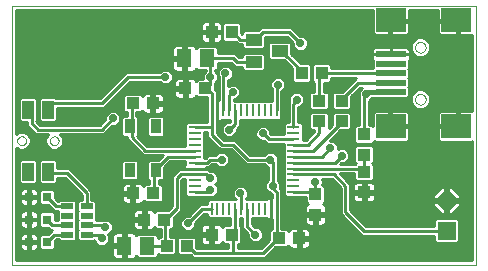
<source format=gtl>
G75*
%MOIN*%
%OFA0B0*%
%FSLAX24Y24*%
%IPPOS*%
%LPD*%
%AMOC8*
5,1,8,0,0,1.08239X$1,22.5*
%
%ADD10C,0.0000*%
%ADD11R,0.0433X0.0394*%
%ADD12R,0.0984X0.0197*%
%ADD13R,0.0984X0.0787*%
%ADD14R,0.0394X0.0433*%
%ADD15R,0.0512X0.0591*%
%ADD16R,0.0410X0.0110*%
%ADD17R,0.0110X0.0410*%
%ADD18R,0.0354X0.0472*%
%ADD19R,0.0600X0.0600*%
%ADD20OC8,0.0600*%
%ADD21R,0.0315X0.0315*%
%ADD22R,0.0551X0.0394*%
%ADD23R,0.0394X0.0610*%
%ADD24R,0.0400X0.0200*%
%ADD25C,0.0100*%
%ADD26C,0.0277*%
%ADD27C,0.0160*%
D10*
X005150Y004018D02*
X005150Y012639D01*
X020645Y012639D01*
X020645Y004018D01*
X005150Y004018D01*
X005336Y008143D02*
X005338Y008167D01*
X005344Y008190D01*
X005353Y008212D01*
X005366Y008232D01*
X005381Y008250D01*
X005400Y008265D01*
X005421Y008277D01*
X005443Y008285D01*
X005466Y008290D01*
X005490Y008291D01*
X005514Y008288D01*
X005536Y008281D01*
X005558Y008271D01*
X005578Y008258D01*
X005595Y008241D01*
X005609Y008222D01*
X005620Y008201D01*
X005628Y008178D01*
X005632Y008155D01*
X005632Y008131D01*
X005628Y008108D01*
X005620Y008085D01*
X005609Y008064D01*
X005595Y008045D01*
X005578Y008028D01*
X005558Y008015D01*
X005536Y008005D01*
X005514Y007998D01*
X005490Y007995D01*
X005466Y007996D01*
X005443Y008001D01*
X005421Y008009D01*
X005400Y008021D01*
X005381Y008036D01*
X005366Y008054D01*
X005353Y008074D01*
X005344Y008096D01*
X005338Y008119D01*
X005336Y008143D01*
X006418Y008143D02*
X006420Y008167D01*
X006426Y008190D01*
X006435Y008212D01*
X006448Y008232D01*
X006463Y008250D01*
X006482Y008265D01*
X006503Y008277D01*
X006525Y008285D01*
X006548Y008290D01*
X006572Y008291D01*
X006596Y008288D01*
X006618Y008281D01*
X006640Y008271D01*
X006660Y008258D01*
X006677Y008241D01*
X006691Y008222D01*
X006702Y008201D01*
X006710Y008178D01*
X006714Y008155D01*
X006714Y008131D01*
X006710Y008108D01*
X006702Y008085D01*
X006691Y008064D01*
X006677Y008045D01*
X006660Y008028D01*
X006640Y008015D01*
X006618Y008005D01*
X006596Y007998D01*
X006572Y007995D01*
X006548Y007996D01*
X006525Y008001D01*
X006503Y008009D01*
X006482Y008021D01*
X006463Y008036D01*
X006448Y008054D01*
X006435Y008074D01*
X006426Y008096D01*
X006420Y008119D01*
X006418Y008143D01*
X018598Y009527D02*
X018600Y009553D01*
X018606Y009579D01*
X018616Y009604D01*
X018629Y009627D01*
X018645Y009647D01*
X018665Y009665D01*
X018687Y009680D01*
X018710Y009692D01*
X018736Y009700D01*
X018762Y009704D01*
X018788Y009704D01*
X018814Y009700D01*
X018840Y009692D01*
X018864Y009680D01*
X018885Y009665D01*
X018905Y009647D01*
X018921Y009627D01*
X018934Y009604D01*
X018944Y009579D01*
X018950Y009553D01*
X018952Y009527D01*
X018950Y009501D01*
X018944Y009475D01*
X018934Y009450D01*
X018921Y009427D01*
X018905Y009407D01*
X018885Y009389D01*
X018863Y009374D01*
X018840Y009362D01*
X018814Y009354D01*
X018788Y009350D01*
X018762Y009350D01*
X018736Y009354D01*
X018710Y009362D01*
X018686Y009374D01*
X018665Y009389D01*
X018645Y009407D01*
X018629Y009427D01*
X018616Y009450D01*
X018606Y009475D01*
X018600Y009501D01*
X018598Y009527D01*
X018598Y011259D02*
X018600Y011285D01*
X018606Y011311D01*
X018616Y011336D01*
X018629Y011359D01*
X018645Y011379D01*
X018665Y011397D01*
X018687Y011412D01*
X018710Y011424D01*
X018736Y011432D01*
X018762Y011436D01*
X018788Y011436D01*
X018814Y011432D01*
X018840Y011424D01*
X018864Y011412D01*
X018885Y011397D01*
X018905Y011379D01*
X018921Y011359D01*
X018934Y011336D01*
X018944Y011311D01*
X018950Y011285D01*
X018952Y011259D01*
X018950Y011233D01*
X018944Y011207D01*
X018934Y011182D01*
X018921Y011159D01*
X018905Y011139D01*
X018885Y011121D01*
X018863Y011106D01*
X018840Y011094D01*
X018814Y011086D01*
X018788Y011082D01*
X018762Y011082D01*
X018736Y011086D01*
X018710Y011094D01*
X018686Y011106D01*
X018665Y011121D01*
X018645Y011139D01*
X018629Y011159D01*
X018616Y011182D01*
X018606Y011207D01*
X018600Y011233D01*
X018598Y011259D01*
D11*
X016150Y009478D03*
X015400Y009478D03*
X015400Y008809D03*
X016150Y008809D03*
X016900Y008353D03*
X016900Y007684D03*
X016900Y007103D03*
X016900Y006434D03*
X014735Y004893D03*
X014065Y004893D03*
X012485Y005018D03*
X011815Y005018D03*
X010985Y004643D03*
X010315Y004643D03*
X010235Y005518D03*
X009565Y005518D03*
X009860Y006393D03*
X009190Y006393D03*
X009190Y009393D03*
X009860Y009393D03*
X010940Y009893D03*
X011610Y009893D03*
D12*
X017791Y009763D03*
X017791Y010078D03*
X017791Y010393D03*
X017791Y010708D03*
X017791Y011023D03*
D13*
X017791Y012165D03*
X019956Y012165D03*
X019956Y008622D03*
X017791Y008622D03*
D14*
X015485Y010393D03*
X014815Y010393D03*
X012485Y011768D03*
X011815Y011768D03*
X015275Y006353D03*
X015275Y005684D03*
D15*
X009649Y004643D03*
X008901Y004643D03*
X010901Y010893D03*
X011649Y010893D03*
D16*
X011260Y008598D03*
X011260Y008408D03*
X011260Y008208D03*
X011260Y008008D03*
X011260Y007818D03*
X011260Y007618D03*
X011260Y007418D03*
X011260Y007218D03*
X011260Y007028D03*
X011260Y006828D03*
X011260Y006628D03*
X011260Y006438D03*
X014540Y006438D03*
X014540Y006628D03*
X014540Y006828D03*
X014540Y007028D03*
X014540Y007218D03*
X014540Y007418D03*
X014540Y007618D03*
X014540Y007818D03*
X014540Y008008D03*
X014540Y008208D03*
X014540Y008408D03*
X014540Y008598D03*
D17*
X013980Y009158D03*
X013790Y009158D03*
X013590Y009158D03*
X013390Y009158D03*
X013200Y009158D03*
X013000Y009158D03*
X012800Y009158D03*
X012600Y009158D03*
X012410Y009158D03*
X012210Y009158D03*
X012010Y009158D03*
X011820Y009158D03*
X011820Y005878D03*
X012010Y005878D03*
X012210Y005878D03*
X012410Y005878D03*
X012600Y005878D03*
X012800Y005878D03*
X013000Y005878D03*
X013200Y005878D03*
X013390Y005878D03*
X013590Y005878D03*
X013790Y005878D03*
X013980Y005878D03*
D18*
X009958Y007165D03*
X009092Y007165D03*
X009092Y008622D03*
X009958Y008622D03*
D19*
X019650Y005143D03*
D20*
X019650Y006143D03*
D21*
X006320Y006268D03*
X005730Y006268D03*
X005730Y005518D03*
X006320Y005518D03*
X006320Y004768D03*
X005730Y004768D03*
D22*
X013217Y010769D03*
X014083Y011143D03*
X013217Y011517D03*
D23*
X006360Y009177D03*
X005690Y009177D03*
X005690Y007110D03*
X006360Y007110D03*
D24*
X007000Y005963D03*
X007000Y005648D03*
X007000Y005333D03*
X007000Y005018D03*
X007650Y005018D03*
X007650Y005333D03*
X007650Y005648D03*
X007650Y005963D03*
D25*
X007650Y006393D01*
X006985Y007059D01*
X006485Y007059D01*
X006666Y007219D02*
X006666Y007461D01*
X006602Y007525D01*
X006117Y007525D01*
X006053Y007461D01*
X006053Y006759D01*
X006117Y006695D01*
X006602Y006695D01*
X006666Y006759D01*
X006666Y006899D01*
X006918Y006899D01*
X007490Y006327D01*
X007490Y006173D01*
X007404Y006173D01*
X007340Y006109D01*
X007340Y005818D01*
X007352Y005806D01*
X007340Y005794D01*
X007340Y005503D01*
X007352Y005491D01*
X007340Y005479D01*
X007340Y005188D01*
X007352Y005176D01*
X007340Y005164D01*
X007340Y004873D01*
X007404Y004808D01*
X007896Y004808D01*
X007910Y004823D01*
X007939Y004752D01*
X008009Y004682D01*
X008101Y004645D01*
X008199Y004645D01*
X008291Y004682D01*
X008361Y004752D01*
X008399Y004844D01*
X008399Y004943D01*
X008361Y005034D01*
X008361Y005035D01*
X008416Y005057D01*
X008486Y005127D01*
X008524Y005219D01*
X008524Y005318D01*
X008486Y005409D01*
X008416Y005479D01*
X008324Y005517D01*
X008226Y005517D01*
X008173Y005495D01*
X008155Y005496D01*
X007953Y005496D01*
X007951Y005493D02*
X007960Y005503D01*
X007960Y005794D01*
X007948Y005806D01*
X007960Y005818D01*
X007960Y006109D01*
X007896Y006173D01*
X007810Y006173D01*
X007810Y006460D01*
X007051Y007219D01*
X006666Y007219D01*
X006666Y007269D02*
X008805Y007269D01*
X008805Y007367D02*
X006666Y007367D01*
X006661Y007466D02*
X008824Y007466D01*
X008805Y007447D02*
X008805Y006883D01*
X008869Y006819D01*
X009315Y006819D01*
X009379Y006883D01*
X009379Y007447D01*
X009315Y007511D01*
X008869Y007511D01*
X008805Y007447D01*
X008805Y007170D02*
X007099Y007170D01*
X007198Y007072D02*
X008805Y007072D01*
X008805Y006973D02*
X007296Y006973D01*
X007395Y006875D02*
X008813Y006875D01*
X008916Y006730D02*
X008882Y006710D01*
X008854Y006682D01*
X008834Y006648D01*
X008824Y006610D01*
X008824Y006442D01*
X009142Y006442D01*
X009142Y006740D01*
X008954Y006740D01*
X008916Y006730D01*
X008851Y006678D02*
X007592Y006678D01*
X007690Y006579D02*
X008824Y006579D01*
X008824Y006481D02*
X007789Y006481D01*
X007810Y006382D02*
X009142Y006382D01*
X009142Y006345D02*
X008824Y006345D01*
X008824Y006177D01*
X008834Y006139D01*
X008854Y006104D01*
X008882Y006076D01*
X008916Y006057D01*
X008954Y006046D01*
X009142Y006046D01*
X009142Y006345D01*
X009142Y006442D01*
X009239Y006442D01*
X009239Y006740D01*
X009427Y006740D01*
X009465Y006730D01*
X009499Y006710D01*
X009527Y006682D01*
X009546Y006649D01*
X009598Y006700D01*
X009740Y006700D01*
X009740Y006819D01*
X009735Y006819D01*
X009671Y006883D01*
X009671Y007447D01*
X009735Y007511D01*
X010042Y007511D01*
X010189Y007658D01*
X009534Y007658D01*
X009084Y008108D01*
X008990Y008202D01*
X008990Y008275D01*
X008869Y008275D01*
X008805Y008340D01*
X008805Y008903D01*
X008869Y008968D01*
X008990Y008968D01*
X008990Y009086D01*
X008928Y009086D01*
X008864Y009151D01*
X008864Y009636D01*
X008928Y009700D01*
X009452Y009700D01*
X009504Y009649D01*
X009523Y009682D01*
X009551Y009710D01*
X009585Y009730D01*
X009623Y009740D01*
X009811Y009740D01*
X009811Y009442D01*
X009908Y009442D01*
X009908Y009740D01*
X010096Y009740D01*
X010134Y009730D01*
X010168Y009710D01*
X010196Y009682D01*
X010216Y009648D01*
X010226Y009610D01*
X010226Y009442D01*
X009908Y009442D01*
X009908Y009345D01*
X010226Y009345D01*
X010226Y009177D01*
X010216Y009139D01*
X010196Y009104D01*
X010168Y009076D01*
X010134Y009057D01*
X010096Y009046D01*
X009908Y009046D01*
X009908Y009345D01*
X009811Y009345D01*
X009811Y009046D01*
X009623Y009046D01*
X009585Y009057D01*
X009551Y009076D01*
X009523Y009104D01*
X009504Y009138D01*
X009452Y009086D01*
X009310Y009086D01*
X009310Y008968D01*
X009315Y008968D01*
X009379Y008903D01*
X009379Y008340D01*
X009342Y008303D01*
X009666Y007978D01*
X010945Y007978D01*
X010945Y008699D01*
X011009Y008763D01*
X011511Y008763D01*
X011516Y008758D01*
X011660Y008758D01*
X011660Y008903D01*
X011655Y008908D01*
X011655Y009409D01*
X011660Y009414D01*
X011660Y009586D01*
X011348Y009586D01*
X011296Y009638D01*
X011277Y009604D01*
X011249Y009576D01*
X011215Y009557D01*
X011177Y009546D01*
X010989Y009546D01*
X010989Y009845D01*
X010892Y009845D01*
X010574Y009845D01*
X010574Y009677D01*
X010584Y009639D01*
X010604Y009604D01*
X010632Y009576D01*
X010666Y009557D01*
X010704Y009546D01*
X010892Y009546D01*
X010892Y009845D01*
X010892Y009942D01*
X010892Y010240D01*
X010704Y010240D01*
X010666Y010230D01*
X010632Y010210D01*
X010604Y010182D01*
X010584Y010148D01*
X010574Y010110D01*
X010574Y009942D01*
X010892Y009942D01*
X010989Y009942D01*
X010989Y010240D01*
X011177Y010240D01*
X011215Y010230D01*
X011249Y010210D01*
X011277Y010182D01*
X011296Y010149D01*
X011348Y010200D01*
X011534Y010200D01*
X011526Y010219D01*
X011526Y010318D01*
X011564Y010409D01*
X011615Y010460D01*
X011615Y010488D01*
X011348Y010488D01*
X011296Y010539D01*
X011277Y010506D01*
X011249Y010478D01*
X011215Y010458D01*
X011177Y010448D01*
X010951Y010448D01*
X010951Y010843D01*
X010851Y010843D01*
X010851Y010448D01*
X010625Y010448D01*
X010587Y010458D01*
X010553Y010478D01*
X010525Y010506D01*
X010505Y010540D01*
X010495Y010578D01*
X010495Y010843D01*
X010851Y010843D01*
X010851Y010943D01*
X010495Y010943D01*
X010495Y011208D01*
X010505Y011246D01*
X010525Y011281D01*
X010553Y011309D01*
X010587Y011328D01*
X010625Y011339D01*
X010851Y011339D01*
X010851Y010943D01*
X010951Y010943D01*
X010951Y011339D01*
X011177Y011339D01*
X011215Y011328D01*
X011249Y011309D01*
X011277Y011281D01*
X011296Y011247D01*
X011348Y011299D01*
X011950Y011299D01*
X012015Y011234D01*
X012015Y011053D01*
X012591Y011053D01*
X012685Y010960D01*
X012716Y010928D01*
X012831Y010929D01*
X012831Y011012D01*
X012896Y011076D01*
X013538Y011076D01*
X013603Y011012D01*
X013603Y010527D01*
X013538Y010462D01*
X012896Y010462D01*
X012831Y010527D01*
X012831Y010609D01*
X012716Y010608D01*
X012716Y010608D01*
X012650Y010608D01*
X012584Y010608D01*
X012584Y010608D01*
X012584Y010608D01*
X012537Y010655D01*
X012490Y010702D01*
X012490Y010702D01*
X012459Y010733D01*
X012015Y010733D01*
X012015Y010552D01*
X011950Y010488D01*
X011935Y010488D01*
X011935Y010460D01*
X011986Y010409D01*
X012024Y010318D01*
X012024Y010219D01*
X011986Y010127D01*
X011936Y010078D01*
X011936Y009833D01*
X011980Y009790D01*
X011980Y009513D01*
X012010Y009513D01*
X012010Y009158D01*
X012010Y008803D01*
X012085Y008803D01*
X012123Y008814D01*
X012157Y008833D01*
X012167Y008843D01*
X012440Y008843D01*
X012440Y008785D01*
X012422Y008767D01*
X012351Y008767D01*
X012259Y008729D01*
X012189Y008659D01*
X012151Y008568D01*
X012151Y008469D01*
X012189Y008377D01*
X012259Y008307D01*
X012351Y008270D01*
X012449Y008270D01*
X012541Y008307D01*
X012611Y008377D01*
X012649Y008469D01*
X012649Y008541D01*
X012760Y008652D01*
X012760Y008843D01*
X014081Y008843D01*
X014145Y008908D01*
X014145Y009409D01*
X014140Y009414D01*
X014140Y009797D01*
X014166Y009807D01*
X014236Y009877D01*
X014274Y009969D01*
X014274Y010068D01*
X014236Y010159D01*
X014166Y010229D01*
X014074Y010267D01*
X013976Y010267D01*
X013884Y010229D01*
X013814Y010159D01*
X013776Y010068D01*
X013776Y009969D01*
X013814Y009877D01*
X013820Y009872D01*
X013820Y009473D01*
X012570Y009473D01*
X012570Y009520D01*
X012574Y009520D01*
X012666Y009557D01*
X012736Y009627D01*
X012774Y009719D01*
X012774Y009818D01*
X012736Y009909D01*
X012666Y009979D01*
X012574Y010017D01*
X012476Y010017D01*
X012384Y009979D01*
X012370Y009965D01*
X012370Y010163D01*
X012416Y010182D01*
X012486Y010252D01*
X012524Y010344D01*
X012524Y010443D01*
X012486Y010534D01*
X012416Y010604D01*
X012324Y010642D01*
X012226Y010642D01*
X012134Y010604D01*
X012064Y010534D01*
X012026Y010443D01*
X012026Y010344D01*
X012050Y010287D01*
X012050Y009513D01*
X012010Y009513D01*
X012010Y009158D01*
X012010Y009158D01*
X012010Y008803D01*
X011980Y008803D01*
X011980Y008415D01*
X012216Y008178D01*
X012591Y008178D01*
X012685Y008085D01*
X013091Y007678D01*
X013583Y007678D01*
X013634Y007729D01*
X013726Y007767D01*
X013824Y007767D01*
X013916Y007729D01*
X013986Y007659D01*
X014024Y007568D01*
X014024Y007469D01*
X014015Y007448D01*
X014015Y006835D01*
X014066Y006784D01*
X014104Y006693D01*
X014104Y006594D01*
X014088Y006556D01*
X014140Y006505D01*
X014140Y006134D01*
X014145Y006129D01*
X014145Y005628D01*
X014140Y005623D01*
X014140Y005200D01*
X014327Y005200D01*
X014379Y005149D01*
X014398Y005182D01*
X014426Y005210D01*
X014460Y005230D01*
X014498Y005240D01*
X014686Y005240D01*
X014686Y004942D01*
X014783Y004942D01*
X014783Y005240D01*
X014971Y005240D01*
X015009Y005230D01*
X015043Y005210D01*
X015071Y005182D01*
X015091Y005148D01*
X015101Y005110D01*
X015101Y004942D01*
X014783Y004942D01*
X014783Y004845D01*
X015101Y004845D01*
X015101Y004677D01*
X015091Y004639D01*
X015071Y004604D01*
X015043Y004576D01*
X015009Y004557D01*
X014971Y004546D01*
X014783Y004546D01*
X014783Y004845D01*
X014686Y004845D01*
X014686Y004546D01*
X014498Y004546D01*
X014460Y004557D01*
X014426Y004576D01*
X014398Y004604D01*
X014379Y004638D01*
X014327Y004586D01*
X013944Y004586D01*
X013685Y004327D01*
X013591Y004233D01*
X011209Y004233D01*
X011115Y004327D01*
X011106Y004336D01*
X010723Y004336D01*
X010658Y004401D01*
X010658Y004886D01*
X010723Y004950D01*
X011247Y004950D01*
X011311Y004886D01*
X011311Y004583D01*
X011341Y004553D01*
X012365Y004553D01*
X012365Y004711D01*
X012223Y004711D01*
X012171Y004763D01*
X012152Y004729D01*
X012124Y004701D01*
X012090Y004682D01*
X012052Y004671D01*
X011864Y004671D01*
X011864Y004970D01*
X011767Y004970D01*
X011449Y004970D01*
X011449Y004802D01*
X011459Y004764D01*
X011479Y004729D01*
X011507Y004701D01*
X011541Y004682D01*
X011579Y004671D01*
X011767Y004671D01*
X011767Y004970D01*
X011767Y005067D01*
X011767Y005365D01*
X011579Y005365D01*
X011541Y005355D01*
X011507Y005335D01*
X011479Y005307D01*
X011459Y005273D01*
X011449Y005235D01*
X011449Y005067D01*
X011767Y005067D01*
X011864Y005067D01*
X011864Y005365D01*
X012052Y005365D01*
X012090Y005355D01*
X012124Y005335D01*
X012152Y005307D01*
X012171Y005274D01*
X012223Y005325D01*
X012440Y005325D01*
X012440Y005563D01*
X011719Y005563D01*
X011655Y005628D01*
X011655Y005718D01*
X011576Y005718D01*
X011274Y005416D01*
X011274Y005344D01*
X011236Y005252D01*
X011166Y005182D01*
X011074Y005145D01*
X010976Y005145D01*
X010884Y005182D01*
X010814Y005252D01*
X010776Y005344D01*
X010776Y005443D01*
X010814Y005534D01*
X010884Y005604D01*
X010976Y005642D01*
X011047Y005642D01*
X011444Y006038D01*
X011655Y006038D01*
X011655Y006129D01*
X011719Y006193D01*
X012623Y006193D01*
X012564Y006252D01*
X012526Y006344D01*
X012526Y006443D01*
X012564Y006534D01*
X012634Y006604D01*
X012726Y006642D01*
X012824Y006642D01*
X012916Y006604D01*
X012986Y006534D01*
X013024Y006443D01*
X013024Y006344D01*
X012986Y006252D01*
X012960Y006227D01*
X012960Y006193D01*
X013633Y006193D01*
X013643Y006203D01*
X013677Y006223D01*
X013715Y006233D01*
X013790Y006233D01*
X013790Y005878D01*
X013790Y005523D01*
X013820Y005523D01*
X013820Y005200D01*
X013803Y005200D01*
X013739Y005136D01*
X013739Y004833D01*
X013459Y004553D01*
X012685Y004553D01*
X012685Y004711D01*
X012747Y004711D01*
X012811Y004776D01*
X012811Y005261D01*
X012760Y005312D01*
X012760Y005563D01*
X012840Y005563D01*
X012840Y005227D01*
X013026Y005041D01*
X013026Y004969D01*
X013064Y004877D01*
X013134Y004807D01*
X013226Y004770D01*
X013324Y004770D01*
X013416Y004807D01*
X013486Y004877D01*
X013524Y004969D01*
X013524Y005068D01*
X013486Y005159D01*
X013416Y005229D01*
X013324Y005267D01*
X013253Y005267D01*
X013160Y005360D01*
X013160Y005563D01*
X013633Y005563D01*
X013643Y005553D01*
X013677Y005534D01*
X013715Y005523D01*
X013790Y005523D01*
X013790Y005878D01*
X013790Y005878D01*
X013790Y006233D01*
X013820Y006233D01*
X013820Y006372D01*
X013807Y006385D01*
X013772Y006402D01*
X013769Y006410D01*
X013714Y006432D01*
X013644Y006502D01*
X013606Y006594D01*
X013606Y006693D01*
X013644Y006784D01*
X013695Y006835D01*
X013695Y007282D01*
X013634Y007307D01*
X013583Y007358D01*
X012959Y007358D01*
X012459Y007858D01*
X012084Y007858D01*
X011660Y008282D01*
X011660Y008438D01*
X011575Y008438D01*
X011575Y007578D01*
X011609Y007578D01*
X011615Y007585D01*
X011709Y007678D01*
X011958Y007678D01*
X012009Y007729D01*
X012101Y007767D01*
X012199Y007767D01*
X012291Y007729D01*
X012361Y007659D01*
X012399Y007568D01*
X012399Y007469D01*
X012361Y007377D01*
X012291Y007307D01*
X012199Y007270D01*
X012101Y007270D01*
X012009Y007307D01*
X011958Y007358D01*
X011841Y007358D01*
X011741Y007258D01*
X011615Y007258D01*
X011615Y007218D01*
X011260Y007218D01*
X011260Y007218D01*
X010905Y007218D01*
X010905Y007188D01*
X010719Y007188D01*
X010537Y007007D01*
X010490Y006960D01*
X010490Y006960D01*
X010490Y006960D01*
X010490Y006893D01*
X010489Y005959D01*
X010356Y005825D01*
X009973Y005825D01*
X009921Y005774D01*
X009902Y005807D01*
X009874Y005835D01*
X009840Y005855D01*
X009802Y005865D01*
X009614Y005865D01*
X009614Y005567D01*
X009517Y005567D01*
X009517Y005865D01*
X009329Y005865D01*
X009291Y005855D01*
X009257Y005835D01*
X009229Y005807D01*
X009209Y005773D01*
X009199Y005735D01*
X009199Y005567D01*
X009517Y005567D01*
X009517Y005470D01*
X009199Y005470D01*
X009199Y005302D01*
X009209Y005264D01*
X009229Y005229D01*
X009257Y005201D01*
X009291Y005182D01*
X009329Y005171D01*
X009517Y005171D01*
X009517Y005470D01*
X009614Y005470D01*
X009614Y005171D01*
X009802Y005171D01*
X009840Y005182D01*
X009874Y005201D01*
X009902Y005229D01*
X009921Y005263D01*
X009973Y005211D01*
X010115Y005211D01*
X010115Y004950D01*
X010053Y004950D01*
X010015Y004912D01*
X010015Y004984D01*
X009950Y005049D01*
X009348Y005049D01*
X009296Y004997D01*
X009277Y005031D01*
X009249Y005059D01*
X009215Y005078D01*
X009177Y005089D01*
X008951Y005089D01*
X008951Y004693D01*
X008851Y004693D01*
X008851Y004593D01*
X008951Y004593D01*
X008951Y004198D01*
X009177Y004198D01*
X009215Y004208D01*
X009249Y004228D01*
X009277Y004256D01*
X009296Y004289D01*
X009348Y004238D01*
X009950Y004238D01*
X010015Y004302D01*
X010015Y004375D01*
X010053Y004336D01*
X010577Y004336D01*
X010642Y004401D01*
X010642Y004886D01*
X010577Y004950D01*
X010435Y004950D01*
X010435Y005211D01*
X010497Y005211D01*
X010561Y005276D01*
X010561Y005578D01*
X010762Y005779D01*
X010809Y005826D01*
X010809Y005892D01*
X010810Y006827D01*
X010851Y006868D01*
X010945Y006868D01*
X010945Y006338D01*
X011009Y006273D01*
X011511Y006273D01*
X011516Y006278D01*
X011704Y006278D01*
X011726Y006270D01*
X011824Y006270D01*
X011916Y006307D01*
X011986Y006377D01*
X012024Y006469D01*
X012024Y006568D01*
X011986Y006659D01*
X011939Y006706D01*
X011986Y006752D01*
X012024Y006844D01*
X012024Y006943D01*
X011986Y007034D01*
X011916Y007104D01*
X011824Y007142D01*
X011753Y007142D01*
X011706Y007188D01*
X011615Y007188D01*
X011615Y007218D01*
X011260Y007218D01*
X011260Y007218D01*
X010905Y007218D01*
X010905Y007293D01*
X010915Y007331D01*
X010935Y007365D01*
X010945Y007375D01*
X010945Y007458D01*
X010441Y007458D01*
X010245Y007262D01*
X010245Y006883D01*
X010181Y006819D01*
X010060Y006819D01*
X010060Y006700D01*
X010122Y006700D01*
X010186Y006636D01*
X010186Y006151D01*
X010122Y006086D01*
X009598Y006086D01*
X009546Y006138D01*
X009527Y006104D01*
X009499Y006076D01*
X009465Y006057D01*
X009427Y006046D01*
X009239Y006046D01*
X009239Y006345D01*
X009142Y006345D01*
X009142Y006284D02*
X009239Y006284D01*
X009239Y006185D02*
X009142Y006185D01*
X009142Y006087D02*
X009239Y006087D01*
X009509Y006087D02*
X009597Y006087D01*
X009614Y005791D02*
X009517Y005791D01*
X009517Y005693D02*
X009614Y005693D01*
X009614Y005594D02*
X009517Y005594D01*
X009517Y005496D02*
X008376Y005496D01*
X008491Y005397D02*
X009199Y005397D01*
X009200Y005299D02*
X008524Y005299D01*
X008516Y005200D02*
X009259Y005200D01*
X009293Y005003D02*
X009302Y005003D01*
X009517Y005200D02*
X009614Y005200D01*
X009614Y005299D02*
X009517Y005299D01*
X009517Y005397D02*
X009614Y005397D01*
X009199Y005594D02*
X007960Y005594D01*
X007960Y005693D02*
X009199Y005693D01*
X009220Y005791D02*
X007960Y005791D01*
X007960Y005890D02*
X010420Y005890D01*
X010489Y005988D02*
X007960Y005988D01*
X007960Y006087D02*
X008871Y006087D01*
X008824Y006185D02*
X007810Y006185D01*
X007810Y006284D02*
X008824Y006284D01*
X009142Y006481D02*
X009239Y006481D01*
X009239Y006579D02*
X009142Y006579D01*
X009142Y006678D02*
X009239Y006678D01*
X009371Y006875D02*
X009679Y006875D01*
X009671Y006973D02*
X009379Y006973D01*
X009379Y007072D02*
X009671Y007072D01*
X009671Y007170D02*
X009379Y007170D01*
X009379Y007269D02*
X009671Y007269D01*
X009671Y007367D02*
X009379Y007367D01*
X009360Y007466D02*
X009690Y007466D01*
X009529Y007663D02*
X005300Y007663D01*
X005300Y007761D02*
X009431Y007761D01*
X009332Y007860D02*
X006660Y007860D01*
X006626Y007846D02*
X006735Y007891D01*
X006819Y007975D01*
X006864Y008084D01*
X006864Y008203D01*
X006819Y008312D01*
X006772Y008358D01*
X008216Y008358D01*
X008503Y008645D01*
X008574Y008645D01*
X008666Y008682D01*
X008736Y008752D01*
X008774Y008844D01*
X008774Y008943D01*
X008736Y009034D01*
X008666Y009104D01*
X008574Y009142D01*
X008476Y009142D01*
X008384Y009104D01*
X008314Y009034D01*
X008276Y008943D01*
X008276Y008871D01*
X008084Y008678D01*
X006091Y008678D01*
X005975Y008794D01*
X005975Y008804D01*
X005997Y008826D01*
X005997Y009527D01*
X005933Y009592D01*
X005448Y009592D01*
X005384Y009527D01*
X005384Y008826D01*
X005448Y008762D01*
X005655Y008762D01*
X005655Y008662D01*
X005865Y008452D01*
X005959Y008358D01*
X006360Y008358D01*
X006314Y008312D01*
X006269Y008203D01*
X006269Y008084D01*
X006314Y007975D01*
X006398Y007891D01*
X006507Y007846D01*
X006626Y007846D01*
X006473Y007860D02*
X005577Y007860D01*
X005543Y007846D02*
X005652Y007891D01*
X005736Y007975D01*
X005781Y008084D01*
X005781Y008203D01*
X005736Y008312D01*
X005652Y008396D01*
X005543Y008441D01*
X005424Y008441D01*
X005315Y008396D01*
X005300Y008381D01*
X005300Y012489D01*
X017189Y012489D01*
X017189Y011726D01*
X017253Y011661D01*
X018328Y011661D01*
X018393Y011726D01*
X018393Y012489D01*
X019354Y012489D01*
X019354Y011726D01*
X019418Y011661D01*
X020494Y011661D01*
X020495Y011663D01*
X020495Y009124D01*
X020494Y009125D01*
X019418Y009125D01*
X019354Y009061D01*
X019354Y008182D01*
X019418Y008118D01*
X020494Y008118D01*
X020495Y008119D01*
X020495Y004168D01*
X005300Y004168D01*
X005300Y007906D01*
X005315Y007891D01*
X005424Y007846D01*
X005543Y007846D01*
X005390Y007860D02*
X005300Y007860D01*
X005300Y007564D02*
X010095Y007564D01*
X010375Y007618D02*
X010025Y007268D01*
X009936Y007268D01*
X009958Y007165D01*
X009900Y007223D01*
X009900Y006518D01*
X009860Y006478D01*
X009860Y006393D01*
X010186Y006382D02*
X010489Y006382D01*
X010489Y006284D02*
X010186Y006284D01*
X010186Y006185D02*
X010489Y006185D01*
X010489Y006087D02*
X010122Y006087D01*
X009939Y005791D02*
X009911Y005791D01*
X010235Y005518D02*
X010275Y005517D01*
X010275Y004643D01*
X010315Y004643D01*
X010275Y004643D02*
X009649Y004643D01*
X009996Y005003D02*
X010115Y005003D01*
X010115Y005102D02*
X008460Y005102D01*
X008525Y005031D02*
X008505Y004996D01*
X008495Y004958D01*
X008495Y004693D01*
X008851Y004693D01*
X008851Y005089D01*
X008625Y005089D01*
X008587Y005078D01*
X008553Y005059D01*
X008525Y005031D01*
X008509Y005003D02*
X008374Y005003D01*
X008399Y004905D02*
X008495Y004905D01*
X008495Y004806D02*
X008383Y004806D01*
X008316Y004708D02*
X008495Y004708D01*
X008495Y004593D02*
X008495Y004328D01*
X008505Y004290D01*
X008525Y004256D01*
X008553Y004228D01*
X008587Y004208D01*
X008625Y004198D01*
X008851Y004198D01*
X008851Y004593D01*
X008495Y004593D01*
X008495Y004511D02*
X006533Y004511D01*
X006523Y004501D02*
X006588Y004565D01*
X006588Y004810D01*
X006637Y004858D01*
X006704Y004858D01*
X006754Y004808D01*
X007246Y004808D01*
X007310Y004873D01*
X007310Y005164D01*
X007298Y005176D01*
X007310Y005188D01*
X007310Y005479D01*
X007298Y005491D01*
X007310Y005503D01*
X007310Y005794D01*
X007298Y005806D01*
X007310Y005818D01*
X007310Y006109D01*
X007246Y006173D01*
X006754Y006173D01*
X006704Y006123D01*
X006692Y006123D01*
X006588Y006227D01*
X006588Y006471D01*
X006523Y006536D01*
X006117Y006536D01*
X006053Y006471D01*
X006053Y006065D01*
X006117Y006001D01*
X006361Y006001D01*
X006559Y005803D01*
X006699Y005803D01*
X006690Y005794D01*
X006690Y005503D01*
X006699Y005493D01*
X006588Y005493D01*
X006588Y005721D01*
X006523Y005786D01*
X006117Y005786D01*
X006053Y005721D01*
X006053Y005315D01*
X006117Y005251D01*
X006361Y005251D01*
X006439Y005173D01*
X006499Y005173D01*
X006361Y005036D01*
X006117Y005036D01*
X006053Y004971D01*
X006053Y004565D01*
X006117Y004501D01*
X006523Y004501D01*
X006588Y004609D02*
X008851Y004609D01*
X008851Y004511D02*
X008951Y004511D01*
X008951Y004412D02*
X008851Y004412D01*
X008851Y004314D02*
X008951Y004314D01*
X008951Y004215D02*
X008851Y004215D01*
X008575Y004215D02*
X005300Y004215D01*
X005300Y004314D02*
X008499Y004314D01*
X008495Y004412D02*
X005300Y004412D01*
X005300Y004511D02*
X005460Y004511D01*
X005452Y004519D02*
X005480Y004491D01*
X005514Y004471D01*
X005552Y004461D01*
X005701Y004461D01*
X005701Y004740D01*
X005422Y004740D01*
X005422Y004591D01*
X005432Y004553D01*
X005452Y004519D01*
X005422Y004609D02*
X005300Y004609D01*
X005300Y004708D02*
X005422Y004708D01*
X005422Y004797D02*
X005422Y004946D01*
X005432Y004984D01*
X005452Y005018D01*
X005480Y005046D01*
X005514Y005066D01*
X005552Y005076D01*
X005701Y005076D01*
X005701Y004797D01*
X005701Y004740D01*
X005758Y004740D01*
X005758Y004461D01*
X005907Y004461D01*
X005945Y004471D01*
X005979Y004491D01*
X006007Y004519D01*
X006027Y004553D01*
X006037Y004591D01*
X006037Y004740D01*
X005758Y004740D01*
X005758Y004797D01*
X005701Y004797D01*
X005422Y004797D01*
X005422Y004806D02*
X005300Y004806D01*
X005300Y004905D02*
X005422Y004905D01*
X005444Y005003D02*
X005300Y005003D01*
X005300Y005102D02*
X006428Y005102D01*
X006412Y005200D02*
X005300Y005200D01*
X005300Y005299D02*
X005435Y005299D01*
X005432Y005303D02*
X005452Y005269D01*
X005480Y005241D01*
X005514Y005221D01*
X005552Y005211D01*
X005701Y005211D01*
X005701Y005490D01*
X005422Y005490D01*
X005422Y005341D01*
X005432Y005303D01*
X005422Y005397D02*
X005300Y005397D01*
X005300Y005496D02*
X005701Y005496D01*
X005701Y005490D02*
X005701Y005547D01*
X005422Y005547D01*
X005422Y005696D01*
X005432Y005734D01*
X005452Y005768D01*
X005480Y005796D01*
X005514Y005816D01*
X005552Y005826D01*
X005701Y005826D01*
X005701Y005547D01*
X005758Y005547D01*
X005758Y005826D01*
X005907Y005826D01*
X005945Y005816D01*
X005979Y005796D01*
X006007Y005768D01*
X006027Y005734D01*
X006037Y005696D01*
X006037Y005547D01*
X005758Y005547D01*
X005758Y005490D01*
X005758Y005211D01*
X005907Y005211D01*
X005945Y005221D01*
X005979Y005241D01*
X006007Y005269D01*
X006027Y005303D01*
X006037Y005341D01*
X006037Y005490D01*
X005758Y005490D01*
X005701Y005490D01*
X005758Y005496D02*
X006053Y005496D01*
X006053Y005594D02*
X006037Y005594D01*
X006037Y005693D02*
X006053Y005693D01*
X005984Y005791D02*
X006690Y005791D01*
X006690Y005693D02*
X006588Y005693D01*
X006588Y005594D02*
X006690Y005594D01*
X006697Y005496D02*
X006588Y005496D01*
X006505Y005333D02*
X006320Y005518D01*
X006505Y005333D02*
X007000Y005333D01*
X007310Y005299D02*
X007340Y005299D01*
X007340Y005397D02*
X007310Y005397D01*
X007303Y005496D02*
X007347Y005496D01*
X007340Y005594D02*
X007310Y005594D01*
X007310Y005693D02*
X007340Y005693D01*
X007340Y005791D02*
X007310Y005791D01*
X007310Y005890D02*
X007340Y005890D01*
X007340Y005988D02*
X007310Y005988D01*
X007310Y006087D02*
X007340Y006087D01*
X007490Y006185D02*
X006630Y006185D01*
X006588Y006284D02*
X007490Y006284D01*
X007435Y006382D02*
X006588Y006382D01*
X006578Y006481D02*
X007336Y006481D01*
X007238Y006579D02*
X005300Y006579D01*
X005300Y006481D02*
X005432Y006481D01*
X005432Y006484D02*
X005422Y006446D01*
X005422Y006297D01*
X005701Y006297D01*
X005701Y006240D01*
X005422Y006240D01*
X005422Y006091D01*
X005432Y006053D01*
X005452Y006019D01*
X005480Y005991D01*
X005514Y005971D01*
X005552Y005961D01*
X005701Y005961D01*
X005701Y006240D01*
X005758Y006240D01*
X005758Y005961D01*
X005907Y005961D01*
X005945Y005971D01*
X005979Y005991D01*
X006007Y006019D01*
X006027Y006053D01*
X006037Y006091D01*
X006037Y006240D01*
X005758Y006240D01*
X005758Y006297D01*
X005701Y006297D01*
X005701Y006576D01*
X005552Y006576D01*
X005514Y006566D01*
X005480Y006546D01*
X005452Y006518D01*
X005432Y006484D01*
X005422Y006382D02*
X005300Y006382D01*
X005300Y006284D02*
X005701Y006284D01*
X005758Y006284D02*
X006053Y006284D01*
X006037Y006297D02*
X006037Y006446D01*
X006027Y006484D01*
X006007Y006518D01*
X005979Y006546D01*
X005945Y006566D01*
X005907Y006576D01*
X005758Y006576D01*
X005758Y006297D01*
X006037Y006297D01*
X006037Y006382D02*
X006053Y006382D01*
X006062Y006481D02*
X006028Y006481D01*
X005933Y006695D02*
X005997Y006759D01*
X005997Y007461D01*
X005933Y007525D01*
X005448Y007525D01*
X005384Y007461D01*
X005384Y006759D01*
X005448Y006695D01*
X005933Y006695D01*
X005997Y006776D02*
X006053Y006776D01*
X006053Y006875D02*
X005997Y006875D01*
X005997Y006973D02*
X006053Y006973D01*
X006053Y007072D02*
X005997Y007072D01*
X005997Y007170D02*
X006053Y007170D01*
X006053Y007269D02*
X005997Y007269D01*
X005997Y007367D02*
X006053Y007367D01*
X006058Y007466D02*
X005992Y007466D01*
X005389Y007466D02*
X005300Y007466D01*
X005300Y007367D02*
X005384Y007367D01*
X005384Y007269D02*
X005300Y007269D01*
X005300Y007170D02*
X005384Y007170D01*
X005384Y007072D02*
X005300Y007072D01*
X005300Y006973D02*
X005384Y006973D01*
X005384Y006875D02*
X005300Y006875D01*
X005300Y006776D02*
X005384Y006776D01*
X005300Y006678D02*
X007139Y006678D01*
X007041Y006776D02*
X006666Y006776D01*
X006666Y006875D02*
X006942Y006875D01*
X007493Y006776D02*
X009740Y006776D01*
X009575Y006678D02*
X009529Y006678D01*
X010060Y006776D02*
X010490Y006776D01*
X010490Y006678D02*
X010144Y006678D01*
X010186Y006579D02*
X010490Y006579D01*
X010490Y006481D02*
X010186Y006481D01*
X010237Y006875D02*
X010490Y006875D01*
X010504Y006973D02*
X010245Y006973D01*
X010245Y007072D02*
X010602Y007072D01*
X010701Y007170D02*
X010245Y007170D01*
X010252Y007269D02*
X010905Y007269D01*
X010937Y007367D02*
X010350Y007367D01*
X010025Y007268D02*
X009900Y007143D01*
X010375Y007618D02*
X011260Y007618D01*
X011260Y007418D02*
X011675Y007418D01*
X011775Y007518D01*
X012150Y007518D01*
X012351Y007367D02*
X012950Y007367D01*
X012851Y007466D02*
X012397Y007466D01*
X012399Y007564D02*
X012753Y007564D01*
X012654Y007663D02*
X012357Y007663D01*
X012213Y007761D02*
X012556Y007761D01*
X012811Y007958D02*
X014225Y007958D01*
X014225Y008048D02*
X014225Y006338D01*
X014289Y006273D01*
X014791Y006273D01*
X014796Y006278D01*
X014968Y006278D01*
X014968Y006091D01*
X015019Y006040D01*
X014986Y006020D01*
X014958Y005992D01*
X014938Y005958D01*
X014928Y005920D01*
X014928Y005732D01*
X015227Y005732D01*
X015227Y005635D01*
X015323Y005635D01*
X015323Y005317D01*
X015492Y005317D01*
X015530Y005327D01*
X015564Y005347D01*
X015592Y005375D01*
X015612Y005409D01*
X015622Y005447D01*
X015622Y005635D01*
X015323Y005635D01*
X015323Y005732D01*
X015622Y005732D01*
X015622Y005920D01*
X015612Y005958D01*
X015592Y005992D01*
X015564Y006020D01*
X015531Y006040D01*
X015582Y006091D01*
X015582Y006615D01*
X015517Y006679D01*
X015507Y006679D01*
X015524Y006719D01*
X015524Y006818D01*
X015503Y006868D01*
X015824Y006868D01*
X016115Y006577D01*
X016115Y005702D01*
X016740Y005077D01*
X016834Y004983D01*
X019240Y004983D01*
X019240Y004798D01*
X019304Y004733D01*
X019996Y004733D01*
X020060Y004798D01*
X020060Y005489D01*
X019996Y005553D01*
X019304Y005553D01*
X019240Y005489D01*
X019240Y005303D01*
X016966Y005303D01*
X016435Y005835D01*
X016435Y006710D01*
X016341Y006803D01*
X016086Y007058D01*
X016573Y007058D01*
X016573Y006861D01*
X016638Y006796D01*
X017162Y006796D01*
X017227Y006861D01*
X017227Y007345D01*
X017179Y007393D01*
X017227Y007441D01*
X017227Y007926D01*
X017162Y007991D01*
X016638Y007991D01*
X016573Y007926D01*
X016573Y007441D01*
X016621Y007393D01*
X016606Y007378D01*
X016111Y007378D01*
X016128Y007395D01*
X016199Y007395D01*
X016291Y007432D01*
X016361Y007502D01*
X016399Y007594D01*
X016399Y007693D01*
X016361Y007784D01*
X016291Y007854D01*
X016199Y007892D01*
X016101Y007892D01*
X016024Y007860D01*
X016024Y007943D01*
X015986Y008034D01*
X015916Y008104D01*
X015824Y008142D01*
X015750Y008142D01*
X016110Y008502D01*
X016412Y008502D01*
X016477Y008566D01*
X016477Y009051D01*
X016412Y009116D01*
X015888Y009116D01*
X015823Y009051D01*
X015823Y008668D01*
X015727Y008571D01*
X015727Y009051D01*
X015662Y009116D01*
X015138Y009116D01*
X015073Y009051D01*
X015073Y008566D01*
X015138Y008502D01*
X015240Y008502D01*
X015240Y008460D01*
X014949Y008168D01*
X014855Y008168D01*
X014855Y008699D01*
X014791Y008763D01*
X014700Y008763D01*
X014700Y009270D01*
X014791Y009307D01*
X014861Y009377D01*
X014899Y009469D01*
X014899Y009568D01*
X014861Y009659D01*
X014791Y009729D01*
X014699Y009767D01*
X014601Y009767D01*
X014509Y009729D01*
X014439Y009659D01*
X014401Y009568D01*
X014401Y009469D01*
X014402Y009467D01*
X014380Y009445D01*
X014380Y009434D01*
X014373Y009425D01*
X014380Y009369D01*
X014380Y008763D01*
X014289Y008763D01*
X014225Y008699D01*
X014225Y008368D01*
X013780Y008368D01*
X013774Y008374D01*
X013774Y008443D01*
X013736Y008534D01*
X013666Y008604D01*
X013574Y008642D01*
X013476Y008642D01*
X013384Y008604D01*
X013314Y008534D01*
X013276Y008443D01*
X013276Y008344D01*
X013314Y008252D01*
X013384Y008182D01*
X013476Y008145D01*
X013551Y008145D01*
X013603Y008094D01*
X013649Y008048D01*
X013650Y008048D01*
X013651Y008047D01*
X013716Y008048D01*
X014225Y008048D01*
X014540Y008008D02*
X015015Y008008D01*
X015400Y008393D01*
X015400Y008809D01*
X015727Y008845D02*
X015823Y008845D01*
X015823Y008943D02*
X015727Y008943D01*
X015727Y009042D02*
X015823Y009042D01*
X015888Y009171D02*
X015823Y009236D01*
X015823Y009720D01*
X015888Y009785D01*
X016181Y009785D01*
X016187Y009793D01*
X016200Y009794D01*
X016639Y010233D01*
X015791Y010233D01*
X015791Y010131D01*
X015727Y010067D01*
X015560Y010067D01*
X015560Y009785D01*
X015662Y009785D01*
X015727Y009720D01*
X015727Y009236D01*
X015662Y009171D01*
X015138Y009171D01*
X015073Y009236D01*
X015073Y009720D01*
X015138Y009785D01*
X015240Y009785D01*
X015240Y010069D01*
X015178Y010131D01*
X015178Y010655D01*
X015242Y010720D01*
X015727Y010720D01*
X015791Y010655D01*
X015791Y010553D01*
X017200Y010553D01*
X017189Y010564D01*
X017189Y010823D01*
X017179Y010833D01*
X017159Y010867D01*
X017149Y010905D01*
X017149Y011023D01*
X017791Y011023D01*
X017791Y011023D01*
X018433Y011023D01*
X018433Y010905D01*
X018423Y010867D01*
X018403Y010833D01*
X018393Y010823D01*
X018393Y010564D01*
X018379Y010551D01*
X018393Y010537D01*
X018393Y010249D01*
X018379Y010236D01*
X018393Y010222D01*
X018393Y009934D01*
X018379Y009921D01*
X018393Y009907D01*
X018393Y009619D01*
X018328Y009555D01*
X017253Y009555D01*
X017235Y009573D01*
X017177Y009573D01*
X017173Y009565D01*
X017103Y009495D01*
X017060Y009477D01*
X017060Y008660D01*
X017162Y008660D01*
X017189Y008633D01*
X017189Y009061D01*
X017253Y009125D01*
X018328Y009125D01*
X018393Y009061D01*
X018393Y008182D01*
X018328Y008118D01*
X017253Y008118D01*
X017227Y008144D01*
X017227Y008111D01*
X017162Y008046D01*
X016638Y008046D01*
X016573Y008111D01*
X016573Y008595D01*
X016638Y008660D01*
X016740Y008660D01*
X016740Y009593D01*
X016714Y009656D01*
X016714Y009755D01*
X016752Y009847D01*
X016822Y009917D01*
X016826Y009918D01*
X016776Y009918D01*
X016477Y009619D01*
X016477Y009236D01*
X016412Y009171D01*
X015888Y009171D01*
X015823Y009239D02*
X015727Y009239D01*
X015727Y009337D02*
X015823Y009337D01*
X015823Y009436D02*
X015727Y009436D01*
X015727Y009534D02*
X015823Y009534D01*
X015823Y009633D02*
X015727Y009633D01*
X015716Y009731D02*
X015834Y009731D01*
X015560Y009830D02*
X016235Y009830D01*
X016334Y009928D02*
X015560Y009928D01*
X015560Y010027D02*
X016432Y010027D01*
X016531Y010125D02*
X015786Y010125D01*
X015791Y010224D02*
X016629Y010224D01*
X016710Y010078D02*
X016275Y009643D01*
X016150Y009478D01*
X016477Y009436D02*
X016740Y009436D01*
X016740Y009534D02*
X016477Y009534D01*
X016491Y009633D02*
X016723Y009633D01*
X016714Y009731D02*
X016589Y009731D01*
X016688Y009830D02*
X016745Y009830D01*
X016900Y009643D02*
X016963Y009706D01*
X016900Y009643D02*
X016900Y008353D01*
X016573Y008352D02*
X015960Y008352D01*
X015862Y008254D02*
X016573Y008254D01*
X016573Y008155D02*
X015763Y008155D01*
X015963Y008057D02*
X016627Y008057D01*
X016606Y007958D02*
X016017Y007958D01*
X015775Y007893D02*
X015500Y007618D01*
X014540Y007618D01*
X014540Y007418D02*
X015925Y007418D01*
X016150Y007643D01*
X016324Y007466D02*
X016573Y007466D01*
X016573Y007564D02*
X016387Y007564D01*
X016399Y007663D02*
X016573Y007663D01*
X016573Y007761D02*
X016370Y007761D01*
X016277Y007860D02*
X016573Y007860D01*
X016900Y007684D02*
X016900Y007143D01*
X016900Y007103D01*
X016900Y007143D02*
X016825Y007218D01*
X014540Y007218D01*
X014540Y007028D02*
X015890Y007028D01*
X016275Y006643D01*
X016275Y005768D01*
X016900Y005143D01*
X019650Y005143D01*
X020060Y005102D02*
X020495Y005102D01*
X020495Y005200D02*
X020060Y005200D01*
X020060Y005299D02*
X020495Y005299D01*
X020495Y005397D02*
X020060Y005397D01*
X020053Y005496D02*
X020495Y005496D01*
X020495Y005594D02*
X016675Y005594D01*
X016774Y005496D02*
X019247Y005496D01*
X019240Y005397D02*
X016872Y005397D01*
X016617Y005200D02*
X015053Y005200D01*
X015101Y005102D02*
X016715Y005102D01*
X016814Y005003D02*
X015101Y005003D01*
X015101Y004806D02*
X019240Y004806D01*
X019240Y004905D02*
X014783Y004905D01*
X014783Y005003D02*
X014686Y005003D01*
X014686Y005102D02*
X014783Y005102D01*
X014783Y005200D02*
X014686Y005200D01*
X014416Y005200D02*
X014140Y005200D01*
X014140Y005299D02*
X016518Y005299D01*
X016420Y005397D02*
X015605Y005397D01*
X015622Y005496D02*
X016321Y005496D01*
X016223Y005594D02*
X015622Y005594D01*
X015622Y005791D02*
X016115Y005791D01*
X016124Y005693D02*
X015323Y005693D01*
X015227Y005693D02*
X014145Y005693D01*
X014145Y005791D02*
X014928Y005791D01*
X014928Y005890D02*
X014145Y005890D01*
X014145Y005988D02*
X014956Y005988D01*
X014972Y006087D02*
X014145Y006087D01*
X014140Y006185D02*
X014968Y006185D01*
X015275Y006353D02*
X015275Y006768D01*
X015524Y006776D02*
X015916Y006776D01*
X016014Y006678D02*
X015519Y006678D01*
X015582Y006579D02*
X016113Y006579D01*
X016115Y006481D02*
X015582Y006481D01*
X015582Y006382D02*
X016115Y006382D01*
X016115Y006284D02*
X015582Y006284D01*
X015582Y006185D02*
X016115Y006185D01*
X016115Y006087D02*
X015578Y006087D01*
X015594Y005988D02*
X016115Y005988D01*
X016115Y005890D02*
X015622Y005890D01*
X015323Y005594D02*
X015227Y005594D01*
X015227Y005635D02*
X015227Y005317D01*
X015058Y005317D01*
X015020Y005327D01*
X014986Y005347D01*
X014958Y005375D01*
X014938Y005409D01*
X014928Y005447D01*
X014928Y005635D01*
X015227Y005635D01*
X015227Y005496D02*
X015323Y005496D01*
X015323Y005397D02*
X015227Y005397D01*
X014945Y005397D02*
X014140Y005397D01*
X014140Y005496D02*
X014928Y005496D01*
X014928Y005594D02*
X014140Y005594D01*
X013820Y005496D02*
X013160Y005496D01*
X013160Y005397D02*
X013820Y005397D01*
X013820Y005299D02*
X013221Y005299D01*
X013000Y005293D02*
X013275Y005018D01*
X013445Y005200D02*
X013820Y005200D01*
X013739Y005102D02*
X013510Y005102D01*
X013524Y005003D02*
X013739Y005003D01*
X013739Y004905D02*
X013497Y004905D01*
X013413Y004806D02*
X013712Y004806D01*
X013613Y004708D02*
X012685Y004708D01*
X012685Y004609D02*
X013515Y004609D01*
X013525Y004393D02*
X012525Y004393D01*
X012525Y004978D01*
X012485Y005018D01*
X012600Y005153D01*
X012600Y005878D01*
X012800Y005878D02*
X012800Y006368D01*
X012775Y006393D01*
X013024Y006382D02*
X013810Y006382D01*
X013820Y006284D02*
X012999Y006284D01*
X012551Y006284D02*
X011859Y006284D01*
X011988Y006382D02*
X012526Y006382D01*
X012542Y006481D02*
X012024Y006481D01*
X012019Y006579D02*
X012609Y006579D01*
X012941Y006579D02*
X013612Y006579D01*
X013606Y006678D02*
X011967Y006678D01*
X011996Y006776D02*
X013641Y006776D01*
X013695Y006875D02*
X012024Y006875D01*
X012011Y006973D02*
X013695Y006973D01*
X013695Y007072D02*
X011948Y007072D01*
X011724Y007170D02*
X013695Y007170D01*
X013695Y007269D02*
X011752Y007269D01*
X011640Y007028D02*
X011260Y007028D01*
X010785Y007028D01*
X010650Y006893D01*
X010649Y005892D01*
X010275Y005518D01*
X010275Y005517D01*
X010275Y005518D02*
X010235Y005518D01*
X010561Y005496D02*
X010798Y005496D01*
X010776Y005397D02*
X010561Y005397D01*
X010561Y005299D02*
X010795Y005299D01*
X010866Y005200D02*
X010435Y005200D01*
X010435Y005102D02*
X011449Y005102D01*
X011449Y005200D02*
X011184Y005200D01*
X011255Y005299D02*
X011474Y005299D01*
X011274Y005397D02*
X012440Y005397D01*
X012440Y005496D02*
X011354Y005496D01*
X011452Y005594D02*
X011688Y005594D01*
X011655Y005693D02*
X011551Y005693D01*
X011510Y005878D02*
X011025Y005393D01*
X010874Y005594D02*
X010577Y005594D01*
X010676Y005693D02*
X011098Y005693D01*
X011197Y005791D02*
X010774Y005791D01*
X010809Y005826D02*
X010809Y005826D01*
X010809Y005826D01*
X010809Y005890D02*
X011295Y005890D01*
X011394Y005988D02*
X010809Y005988D01*
X010809Y006087D02*
X011655Y006087D01*
X011711Y006185D02*
X010809Y006185D01*
X010809Y006284D02*
X010999Y006284D01*
X010945Y006382D02*
X010809Y006382D01*
X010810Y006481D02*
X010945Y006481D01*
X010945Y006579D02*
X010810Y006579D01*
X010810Y006678D02*
X010945Y006678D01*
X010945Y006776D02*
X010810Y006776D01*
X011260Y006438D02*
X011695Y006438D01*
X011775Y006518D01*
X011775Y006893D02*
X011640Y007028D01*
X011693Y007663D02*
X011575Y007663D01*
X011575Y007761D02*
X012087Y007761D01*
X012082Y007860D02*
X011575Y007860D01*
X011575Y007958D02*
X011984Y007958D01*
X011885Y008057D02*
X011575Y008057D01*
X011575Y008155D02*
X011787Y008155D01*
X011688Y008254D02*
X011575Y008254D01*
X011575Y008352D02*
X011660Y008352D01*
X011820Y008348D02*
X012150Y008018D01*
X012525Y008018D01*
X013025Y007518D01*
X013775Y007518D01*
X013855Y007438D01*
X013855Y006643D01*
X013900Y006518D01*
X013980Y006438D01*
X013980Y005878D01*
X013980Y004813D01*
X014025Y004893D01*
X013525Y004393D01*
X013672Y004314D02*
X020495Y004314D01*
X020495Y004412D02*
X013770Y004412D01*
X013869Y004511D02*
X020495Y004511D01*
X020495Y004609D02*
X015074Y004609D01*
X015101Y004708D02*
X020495Y004708D01*
X020495Y004806D02*
X020060Y004806D01*
X020060Y004905D02*
X020495Y004905D01*
X020495Y005003D02*
X020060Y005003D01*
X019836Y005693D02*
X020100Y005957D01*
X020100Y006093D01*
X019700Y006093D01*
X019700Y005693D01*
X019836Y005693D01*
X019934Y005791D02*
X020495Y005791D01*
X020495Y005693D02*
X016577Y005693D01*
X016478Y005791D02*
X019366Y005791D01*
X019464Y005693D02*
X019200Y005957D01*
X019200Y006093D01*
X019600Y006093D01*
X019700Y006093D01*
X019700Y006193D01*
X020100Y006193D01*
X020100Y006330D01*
X019836Y006593D01*
X019700Y006593D01*
X019700Y006193D01*
X019600Y006193D01*
X019600Y006093D01*
X019600Y005693D01*
X019464Y005693D01*
X019600Y005791D02*
X019700Y005791D01*
X019700Y005890D02*
X019600Y005890D01*
X019600Y005988D02*
X019700Y005988D01*
X019700Y006087D02*
X019600Y006087D01*
X019600Y006185D02*
X017258Y006185D01*
X017256Y006179D02*
X017267Y006217D01*
X017267Y006385D01*
X016948Y006385D01*
X016948Y006087D01*
X016852Y006087D01*
X016852Y006385D01*
X016948Y006385D01*
X016948Y006482D01*
X016852Y006482D01*
X016852Y006781D01*
X016664Y006781D01*
X016626Y006770D01*
X016591Y006751D01*
X016563Y006723D01*
X016544Y006688D01*
X016533Y006650D01*
X016533Y006482D01*
X016852Y006482D01*
X016852Y006385D01*
X016533Y006385D01*
X016533Y006217D01*
X016544Y006179D01*
X016563Y006145D01*
X016591Y006117D01*
X016626Y006097D01*
X016664Y006087D01*
X016852Y006087D01*
X016948Y006087D02*
X017136Y006087D01*
X017174Y006097D01*
X017209Y006117D01*
X017237Y006145D01*
X017256Y006179D01*
X017267Y006284D02*
X019200Y006284D01*
X019200Y006330D02*
X019200Y006193D01*
X019600Y006193D01*
X019600Y006593D01*
X019464Y006593D01*
X019200Y006330D01*
X019253Y006382D02*
X017267Y006382D01*
X017267Y006482D02*
X016948Y006482D01*
X016948Y006781D01*
X017136Y006781D01*
X017174Y006770D01*
X017209Y006751D01*
X017237Y006723D01*
X017256Y006688D01*
X017267Y006650D01*
X017267Y006482D01*
X017267Y006579D02*
X019450Y006579D01*
X019351Y006481D02*
X016948Y006481D01*
X016852Y006481D02*
X016435Y006481D01*
X016435Y006579D02*
X016533Y006579D01*
X016541Y006678D02*
X016435Y006678D01*
X016368Y006776D02*
X016648Y006776D01*
X016573Y006875D02*
X016270Y006875D01*
X016171Y006973D02*
X016573Y006973D01*
X016852Y006776D02*
X016948Y006776D01*
X016948Y006678D02*
X016852Y006678D01*
X016852Y006579D02*
X016948Y006579D01*
X016948Y006382D02*
X016852Y006382D01*
X016852Y006284D02*
X016948Y006284D01*
X016948Y006185D02*
X016852Y006185D01*
X016664Y006087D02*
X016435Y006087D01*
X016435Y006185D02*
X016542Y006185D01*
X016533Y006284D02*
X016435Y006284D01*
X016435Y006382D02*
X016533Y006382D01*
X016435Y005988D02*
X019200Y005988D01*
X019200Y006087D02*
X017136Y006087D01*
X016435Y005890D02*
X019267Y005890D01*
X019600Y006284D02*
X019700Y006284D01*
X019700Y006382D02*
X019600Y006382D01*
X019600Y006481D02*
X019700Y006481D01*
X019700Y006579D02*
X019600Y006579D01*
X019850Y006579D02*
X020495Y006579D01*
X020495Y006481D02*
X019949Y006481D01*
X020047Y006382D02*
X020495Y006382D01*
X020495Y006284D02*
X020100Y006284D01*
X020100Y006087D02*
X020495Y006087D01*
X020495Y006185D02*
X019700Y006185D01*
X020033Y005890D02*
X020495Y005890D01*
X020495Y005988D02*
X020100Y005988D01*
X020495Y006678D02*
X017259Y006678D01*
X017152Y006776D02*
X020495Y006776D01*
X020495Y006875D02*
X017227Y006875D01*
X017227Y006973D02*
X020495Y006973D01*
X020495Y007072D02*
X017227Y007072D01*
X017227Y007170D02*
X020495Y007170D01*
X020495Y007269D02*
X017227Y007269D01*
X017205Y007367D02*
X020495Y007367D01*
X020495Y007466D02*
X017227Y007466D01*
X017227Y007564D02*
X020495Y007564D01*
X020495Y007663D02*
X017227Y007663D01*
X017227Y007761D02*
X020495Y007761D01*
X020495Y007860D02*
X017227Y007860D01*
X017194Y007958D02*
X020495Y007958D01*
X020495Y008057D02*
X017173Y008057D01*
X016573Y008451D02*
X016059Y008451D01*
X015803Y008648D02*
X015727Y008648D01*
X015727Y008746D02*
X015823Y008746D01*
X016150Y008768D02*
X016150Y008809D01*
X016150Y008768D02*
X015200Y007818D01*
X014540Y007818D01*
X014225Y007860D02*
X012910Y007860D01*
X013008Y007761D02*
X013712Y007761D01*
X013838Y007761D02*
X014225Y007761D01*
X014225Y007663D02*
X013982Y007663D01*
X014024Y007564D02*
X014225Y007564D01*
X014225Y007466D02*
X014022Y007466D01*
X014015Y007367D02*
X014225Y007367D01*
X014225Y007269D02*
X014015Y007269D01*
X014015Y007170D02*
X014225Y007170D01*
X014225Y007072D02*
X014015Y007072D01*
X014015Y006973D02*
X014225Y006973D01*
X014225Y006875D02*
X014015Y006875D01*
X014069Y006776D02*
X014225Y006776D01*
X014225Y006678D02*
X014104Y006678D01*
X014098Y006579D02*
X014225Y006579D01*
X014225Y006481D02*
X014140Y006481D01*
X014140Y006382D02*
X014225Y006382D01*
X014279Y006284D02*
X014140Y006284D01*
X014540Y006438D02*
X015315Y006438D01*
X015275Y006353D01*
X013790Y006185D02*
X013790Y006185D01*
X013790Y006087D02*
X013790Y006087D01*
X013790Y005988D02*
X013790Y005988D01*
X013790Y005890D02*
X013790Y005890D01*
X013790Y005878D02*
X013790Y005878D01*
X013790Y005791D02*
X013790Y005791D01*
X013790Y005693D02*
X013790Y005693D01*
X013790Y005594D02*
X013790Y005594D01*
X013000Y005878D02*
X013000Y005293D01*
X012840Y005299D02*
X012773Y005299D01*
X012760Y005397D02*
X012840Y005397D01*
X012840Y005496D02*
X012760Y005496D01*
X012811Y005200D02*
X012867Y005200D01*
X012811Y005102D02*
X012965Y005102D01*
X013026Y005003D02*
X012811Y005003D01*
X012811Y004905D02*
X013053Y004905D01*
X013137Y004806D02*
X012811Y004806D01*
X012365Y004708D02*
X012130Y004708D01*
X012365Y004609D02*
X011311Y004609D01*
X011311Y004708D02*
X011500Y004708D01*
X011449Y004806D02*
X011311Y004806D01*
X011292Y004905D02*
X011449Y004905D01*
X011767Y004905D02*
X011864Y004905D01*
X011864Y004806D02*
X011767Y004806D01*
X011767Y004708D02*
X011864Y004708D01*
X011767Y005003D02*
X010435Y005003D01*
X010623Y004905D02*
X010677Y004905D01*
X010658Y004806D02*
X010642Y004806D01*
X010642Y004708D02*
X010658Y004708D01*
X010658Y004609D02*
X010642Y004609D01*
X010642Y004511D02*
X010658Y004511D01*
X010658Y004412D02*
X010642Y004412D01*
X010985Y004643D02*
X011150Y004518D01*
X011275Y004393D01*
X012525Y004393D01*
X011864Y005102D02*
X011767Y005102D01*
X011767Y005200D02*
X011864Y005200D01*
X011864Y005299D02*
X011767Y005299D01*
X012157Y005299D02*
X012196Y005299D01*
X011820Y005878D02*
X011510Y005878D01*
X013008Y006481D02*
X013666Y006481D01*
X011260Y007818D02*
X009600Y007818D01*
X009150Y008268D01*
X009150Y008439D01*
X009092Y008622D01*
X009092Y008701D01*
X009150Y008643D01*
X009150Y008439D01*
X009379Y008451D02*
X009671Y008451D01*
X009671Y008549D02*
X009379Y008549D01*
X009379Y008648D02*
X009671Y008648D01*
X009671Y008746D02*
X009379Y008746D01*
X009379Y008845D02*
X009671Y008845D01*
X009671Y008903D02*
X009671Y008340D01*
X009735Y008275D01*
X010181Y008275D01*
X010245Y008340D01*
X010245Y008903D01*
X010181Y008968D01*
X009735Y008968D01*
X009671Y008903D01*
X009711Y008943D02*
X009339Y008943D01*
X009310Y009042D02*
X011655Y009042D01*
X011655Y009140D02*
X010216Y009140D01*
X010226Y009239D02*
X011655Y009239D01*
X011655Y009337D02*
X010226Y009337D01*
X010226Y009534D02*
X011660Y009534D01*
X011660Y009436D02*
X009908Y009436D01*
X009908Y009534D02*
X009811Y009534D01*
X009811Y009633D02*
X009908Y009633D01*
X009908Y009731D02*
X009811Y009731D01*
X009590Y009731D02*
X008714Y009731D01*
X008616Y009633D02*
X008864Y009633D01*
X008864Y009534D02*
X008517Y009534D01*
X008419Y009436D02*
X008864Y009436D01*
X008864Y009337D02*
X008320Y009337D01*
X008222Y009239D02*
X008864Y009239D01*
X008874Y009140D02*
X008579Y009140D01*
X008471Y009140D02*
X006666Y009140D01*
X006666Y009233D02*
X008216Y009233D01*
X009091Y010108D01*
X010083Y010108D01*
X010134Y010057D01*
X010226Y010020D01*
X010324Y010020D01*
X010416Y010057D01*
X010486Y010127D01*
X010524Y010219D01*
X010524Y010318D01*
X010486Y010409D01*
X010416Y010479D01*
X010324Y010517D01*
X010226Y010517D01*
X010134Y010479D01*
X010083Y010428D01*
X008959Y010428D01*
X008865Y010335D01*
X008084Y009553D01*
X006641Y009553D01*
X006602Y009592D01*
X006117Y009592D01*
X006053Y009527D01*
X006053Y008826D01*
X006117Y008762D01*
X006602Y008762D01*
X006666Y008826D01*
X006666Y009233D01*
X006666Y009042D02*
X008322Y009042D01*
X008276Y008943D02*
X006666Y008943D01*
X006666Y008845D02*
X008250Y008845D01*
X008152Y008746D02*
X006023Y008746D01*
X005997Y008845D02*
X006053Y008845D01*
X006053Y008943D02*
X005997Y008943D01*
X005997Y009042D02*
X006053Y009042D01*
X006053Y009140D02*
X005997Y009140D01*
X005997Y009239D02*
X006053Y009239D01*
X006053Y009337D02*
X005997Y009337D01*
X005997Y009436D02*
X006053Y009436D01*
X006060Y009534D02*
X005990Y009534D01*
X005815Y009103D02*
X005815Y008728D01*
X006025Y008518D01*
X008150Y008518D01*
X008525Y008893D01*
X008582Y008648D02*
X008805Y008648D01*
X008805Y008746D02*
X008730Y008746D01*
X008774Y008845D02*
X008805Y008845D01*
X008774Y008943D02*
X008845Y008943D01*
X008728Y009042D02*
X008990Y009042D01*
X009150Y009393D02*
X009150Y008643D01*
X008805Y008549D02*
X008407Y008549D01*
X008309Y008451D02*
X008805Y008451D01*
X008805Y008352D02*
X006778Y008352D01*
X006843Y008254D02*
X008990Y008254D01*
X009037Y008155D02*
X006864Y008155D01*
X006853Y008057D02*
X009135Y008057D01*
X009234Y007958D02*
X006802Y007958D01*
X006330Y007958D02*
X005720Y007958D01*
X005770Y008057D02*
X006280Y008057D01*
X006269Y008155D02*
X005781Y008155D01*
X005760Y008254D02*
X006290Y008254D01*
X006354Y008352D02*
X005696Y008352D01*
X005865Y008452D02*
X005865Y008452D01*
X005866Y008451D02*
X005300Y008451D01*
X005300Y008549D02*
X005768Y008549D01*
X005669Y008648D02*
X005300Y008648D01*
X005300Y008746D02*
X005655Y008746D01*
X005384Y008845D02*
X005300Y008845D01*
X005300Y008943D02*
X005384Y008943D01*
X005384Y009042D02*
X005300Y009042D01*
X005300Y009140D02*
X005384Y009140D01*
X005384Y009239D02*
X005300Y009239D01*
X005300Y009337D02*
X005384Y009337D01*
X005384Y009436D02*
X005300Y009436D01*
X005300Y009534D02*
X005390Y009534D01*
X005300Y009633D02*
X008163Y009633D01*
X008262Y009731D02*
X005300Y009731D01*
X005300Y009830D02*
X008360Y009830D01*
X008459Y009928D02*
X005300Y009928D01*
X005300Y010027D02*
X008557Y010027D01*
X008656Y010125D02*
X005300Y010125D01*
X005300Y010224D02*
X008754Y010224D01*
X008853Y010322D02*
X005300Y010322D01*
X005300Y010421D02*
X008951Y010421D01*
X009025Y010268D02*
X010275Y010268D01*
X010342Y010027D02*
X010574Y010027D01*
X010578Y010125D02*
X010484Y010125D01*
X010524Y010224D02*
X010655Y010224D01*
X010522Y010322D02*
X011528Y010322D01*
X011526Y010224D02*
X011225Y010224D01*
X010989Y010224D02*
X010892Y010224D01*
X010892Y010125D02*
X010989Y010125D01*
X010989Y010027D02*
X010892Y010027D01*
X010892Y009928D02*
X008911Y009928D01*
X008813Y009830D02*
X010574Y009830D01*
X010574Y009731D02*
X010129Y009731D01*
X010220Y009633D02*
X010587Y009633D01*
X010892Y009633D02*
X010989Y009633D01*
X010989Y009731D02*
X010892Y009731D01*
X010892Y009830D02*
X010989Y009830D01*
X011293Y009633D02*
X011301Y009633D01*
X011610Y009893D02*
X011650Y009853D01*
X011650Y009893D01*
X011775Y010018D01*
X011775Y010268D01*
X011775Y010893D01*
X011649Y010893D01*
X011775Y010893D02*
X012525Y010893D01*
X012650Y010768D01*
X013217Y010769D01*
X012839Y010519D02*
X012492Y010519D01*
X012524Y010421D02*
X014509Y010421D01*
X014509Y010519D02*
X013595Y010519D01*
X013603Y010618D02*
X014449Y010618D01*
X014509Y010559D02*
X014509Y010131D01*
X014573Y010067D01*
X015058Y010067D01*
X015122Y010131D01*
X015122Y010655D01*
X015058Y010720D01*
X014800Y010720D01*
X014469Y011051D01*
X014469Y011386D01*
X014404Y011450D01*
X013762Y011450D01*
X013697Y011386D01*
X013697Y010901D01*
X013762Y010836D01*
X014231Y010836D01*
X014509Y010559D01*
X014351Y010716D02*
X013603Y010716D01*
X013603Y010815D02*
X014252Y010815D01*
X014275Y011018D02*
X014900Y010393D01*
X014815Y010393D01*
X014775Y010268D01*
X014509Y010224D02*
X014171Y010224D01*
X014250Y010125D02*
X014514Y010125D01*
X014509Y010322D02*
X012515Y010322D01*
X012457Y010224D02*
X013879Y010224D01*
X013800Y010125D02*
X012370Y010125D01*
X012370Y010027D02*
X013776Y010027D01*
X013793Y009928D02*
X012717Y009928D01*
X012769Y009830D02*
X013820Y009830D01*
X013820Y009731D02*
X012774Y009731D01*
X012738Y009633D02*
X013820Y009633D01*
X013820Y009534D02*
X012610Y009534D01*
X012410Y009653D02*
X012525Y009768D01*
X012410Y009653D02*
X012410Y009158D01*
X012600Y009158D02*
X012600Y008718D01*
X012400Y008518D01*
X012586Y008352D02*
X013276Y008352D01*
X013280Y008451D02*
X012641Y008451D01*
X012657Y008549D02*
X013329Y008549D01*
X013525Y008393D02*
X013715Y008208D01*
X014540Y008208D01*
X014225Y008451D02*
X013770Y008451D01*
X013721Y008549D02*
X014225Y008549D01*
X014225Y008648D02*
X012756Y008648D01*
X012760Y008746D02*
X014272Y008746D01*
X014380Y008845D02*
X014082Y008845D01*
X014145Y008943D02*
X014380Y008943D01*
X014380Y009042D02*
X014145Y009042D01*
X014145Y009140D02*
X014380Y009140D01*
X014380Y009239D02*
X014145Y009239D01*
X014145Y009337D02*
X014380Y009337D01*
X014380Y009436D02*
X014140Y009436D01*
X014140Y009534D02*
X014401Y009534D01*
X014428Y009633D02*
X014140Y009633D01*
X014140Y009731D02*
X014514Y009731D01*
X014786Y009731D02*
X015084Y009731D01*
X015073Y009633D02*
X014872Y009633D01*
X014899Y009534D02*
X015073Y009534D01*
X015073Y009436D02*
X014885Y009436D01*
X014821Y009337D02*
X015073Y009337D01*
X015073Y009239D02*
X014700Y009239D01*
X014700Y009140D02*
X016740Y009140D01*
X016740Y009042D02*
X016477Y009042D01*
X016477Y008943D02*
X016740Y008943D01*
X016740Y008845D02*
X016477Y008845D01*
X016477Y008746D02*
X016740Y008746D01*
X016626Y008648D02*
X016477Y008648D01*
X016460Y008549D02*
X016573Y008549D01*
X017060Y008746D02*
X017189Y008746D01*
X017189Y008648D02*
X017174Y008648D01*
X017189Y008845D02*
X017060Y008845D01*
X017060Y008943D02*
X017189Y008943D01*
X017189Y009042D02*
X017060Y009042D01*
X017060Y009140D02*
X020495Y009140D01*
X020495Y009239D02*
X018934Y009239D01*
X018960Y009250D02*
X019052Y009342D01*
X019102Y009462D01*
X019102Y009592D01*
X019052Y009712D01*
X018960Y009805D01*
X018840Y009854D01*
X018710Y009854D01*
X018590Y009805D01*
X018498Y009712D01*
X018448Y009592D01*
X018448Y009462D01*
X018498Y009342D01*
X018590Y009250D01*
X018710Y009200D01*
X018840Y009200D01*
X018960Y009250D01*
X019048Y009337D02*
X020495Y009337D01*
X020495Y009436D02*
X019091Y009436D01*
X019102Y009534D02*
X020495Y009534D01*
X020495Y009633D02*
X019085Y009633D01*
X019034Y009731D02*
X020495Y009731D01*
X020495Y009830D02*
X018899Y009830D01*
X018651Y009830D02*
X018393Y009830D01*
X018387Y009928D02*
X020495Y009928D01*
X020495Y010027D02*
X018393Y010027D01*
X018393Y010125D02*
X020495Y010125D01*
X020495Y010224D02*
X018391Y010224D01*
X018393Y010322D02*
X020495Y010322D01*
X020495Y010421D02*
X018393Y010421D01*
X018393Y010519D02*
X020495Y010519D01*
X020495Y010618D02*
X018393Y010618D01*
X018393Y010716D02*
X020495Y010716D01*
X020495Y010815D02*
X018393Y010815D01*
X018433Y010913D02*
X020495Y010913D01*
X020495Y011012D02*
X018990Y011012D01*
X018960Y010982D02*
X019052Y011074D01*
X019102Y011194D01*
X019102Y011325D01*
X019052Y011445D01*
X018960Y011537D01*
X018840Y011587D01*
X018710Y011587D01*
X018590Y011537D01*
X018498Y011445D01*
X018448Y011325D01*
X018448Y011194D01*
X018498Y011074D01*
X018590Y010982D01*
X018710Y010932D01*
X018840Y010932D01*
X018960Y010982D01*
X019067Y011110D02*
X020495Y011110D01*
X020495Y011209D02*
X019102Y011209D01*
X019102Y011307D02*
X020495Y011307D01*
X020495Y011406D02*
X019068Y011406D01*
X018993Y011504D02*
X020495Y011504D01*
X020495Y011603D02*
X014917Y011603D01*
X014916Y011604D02*
X014824Y011642D01*
X014753Y011642D01*
X014466Y011928D01*
X013459Y011928D01*
X013365Y011835D01*
X013355Y011824D01*
X012896Y011824D01*
X012831Y011760D01*
X012831Y011688D01*
X012791Y011728D01*
X012791Y012030D01*
X012727Y012095D01*
X012242Y012095D01*
X012178Y012030D01*
X012178Y011506D01*
X012242Y011442D01*
X012625Y011442D01*
X012709Y011358D01*
X012831Y011358D01*
X012831Y011275D01*
X012896Y011210D01*
X013538Y011210D01*
X013603Y011275D01*
X013603Y011608D01*
X014334Y011608D01*
X014526Y011416D01*
X014526Y011344D01*
X014564Y011252D01*
X014634Y011182D01*
X014726Y011145D01*
X014824Y011145D01*
X014916Y011182D01*
X014986Y011252D01*
X015024Y011344D01*
X015024Y011443D01*
X014986Y011534D01*
X014916Y011604D01*
X014998Y011504D02*
X018557Y011504D01*
X018482Y011406D02*
X015024Y011406D01*
X015009Y011307D02*
X018448Y011307D01*
X018375Y011242D02*
X018341Y011261D01*
X018303Y011272D01*
X017791Y011272D01*
X017791Y011023D01*
X018433Y011023D01*
X018433Y011141D01*
X018423Y011180D01*
X018403Y011214D01*
X018375Y011242D01*
X018406Y011209D02*
X018448Y011209D01*
X018433Y011110D02*
X018483Y011110D01*
X018433Y011012D02*
X018560Y011012D01*
X017791Y011023D02*
X017791Y011023D01*
X017791Y011023D01*
X017149Y011023D01*
X017149Y011141D01*
X017159Y011180D01*
X017179Y011214D01*
X017207Y011242D01*
X017241Y011261D01*
X017279Y011272D01*
X017791Y011272D01*
X017791Y011023D01*
X017791Y011110D02*
X017791Y011110D01*
X017791Y011209D02*
X017791Y011209D01*
X017176Y011209D02*
X014942Y011209D01*
X014775Y011393D02*
X014400Y011768D01*
X013525Y011768D01*
X013275Y011518D01*
X013274Y011433D01*
X013217Y011517D01*
X013216Y011518D01*
X012775Y011518D01*
X012485Y011809D01*
X012485Y011768D01*
X012178Y011800D02*
X011864Y011800D01*
X011864Y011817D02*
X012162Y011817D01*
X012162Y012005D01*
X012152Y012043D01*
X012132Y012077D01*
X012104Y012105D01*
X012070Y012125D01*
X012032Y012135D01*
X011864Y012135D01*
X011864Y011817D01*
X011767Y011817D01*
X011767Y012135D01*
X011599Y012135D01*
X011561Y012125D01*
X011526Y012105D01*
X011498Y012077D01*
X011479Y012043D01*
X011469Y012005D01*
X011469Y011817D01*
X011767Y011817D01*
X011767Y011720D01*
X011469Y011720D01*
X011469Y011532D01*
X011479Y011494D01*
X011498Y011460D01*
X011526Y011432D01*
X011561Y011412D01*
X011599Y011402D01*
X011767Y011402D01*
X011767Y011720D01*
X011864Y011720D01*
X011864Y011817D01*
X011864Y011898D02*
X011767Y011898D01*
X011767Y011800D02*
X005300Y011800D01*
X005300Y011898D02*
X011469Y011898D01*
X011469Y011997D02*
X005300Y011997D01*
X005300Y012095D02*
X011517Y012095D01*
X011767Y012095D02*
X011864Y012095D01*
X011864Y011997D02*
X011767Y011997D01*
X011864Y011720D02*
X012162Y011720D01*
X012162Y011532D01*
X012152Y011494D01*
X012132Y011460D01*
X012104Y011432D01*
X012070Y011412D01*
X012032Y011402D01*
X011864Y011402D01*
X011864Y011720D01*
X011864Y011701D02*
X011767Y011701D01*
X011767Y011603D02*
X011864Y011603D01*
X011864Y011504D02*
X011767Y011504D01*
X011767Y011406D02*
X011864Y011406D01*
X012047Y011406D02*
X012661Y011406D01*
X012831Y011307D02*
X011250Y011307D01*
X011476Y011504D02*
X005300Y011504D01*
X005300Y011406D02*
X011584Y011406D01*
X011469Y011603D02*
X005300Y011603D01*
X005300Y011701D02*
X011469Y011701D01*
X010951Y011307D02*
X010851Y011307D01*
X010851Y011209D02*
X010951Y011209D01*
X010951Y011110D02*
X010851Y011110D01*
X010851Y011012D02*
X010951Y011012D01*
X010851Y010913D02*
X005300Y010913D01*
X005300Y010815D02*
X010495Y010815D01*
X010495Y010716D02*
X005300Y010716D01*
X005300Y010618D02*
X010495Y010618D01*
X010517Y010519D02*
X005300Y010519D01*
X005300Y011012D02*
X010495Y011012D01*
X010495Y011110D02*
X005300Y011110D01*
X005300Y011209D02*
X010495Y011209D01*
X010552Y011307D02*
X005300Y011307D01*
X005300Y012194D02*
X017189Y012194D01*
X017189Y012292D02*
X005300Y012292D01*
X005300Y012391D02*
X017189Y012391D01*
X017189Y012489D02*
X005300Y012489D01*
X008150Y009393D02*
X009025Y010268D01*
X009010Y010027D02*
X010208Y010027D01*
X010474Y010421D02*
X011576Y010421D01*
X011316Y010519D02*
X011285Y010519D01*
X010951Y010519D02*
X010851Y010519D01*
X010851Y010618D02*
X010951Y010618D01*
X010951Y010716D02*
X010851Y010716D01*
X010851Y010815D02*
X010951Y010815D01*
X011982Y010519D02*
X012058Y010519D01*
X012026Y010421D02*
X011974Y010421D01*
X012022Y010322D02*
X012035Y010322D01*
X012024Y010224D02*
X012050Y010224D01*
X012050Y010125D02*
X011984Y010125D01*
X011936Y010027D02*
X012050Y010027D01*
X012050Y009928D02*
X011936Y009928D01*
X011940Y009830D02*
X012050Y009830D01*
X012050Y009731D02*
X011980Y009731D01*
X011980Y009633D02*
X012050Y009633D01*
X012050Y009534D02*
X011980Y009534D01*
X012010Y009436D02*
X012010Y009436D01*
X012010Y009337D02*
X012010Y009337D01*
X012010Y009239D02*
X012010Y009239D01*
X012010Y009158D02*
X012010Y009158D01*
X012010Y009140D02*
X012010Y009140D01*
X012010Y009042D02*
X012010Y009042D01*
X012010Y008943D02*
X012010Y008943D01*
X012010Y008845D02*
X012010Y008845D01*
X011980Y008746D02*
X012300Y008746D01*
X012184Y008648D02*
X011980Y008648D01*
X011980Y008549D02*
X012151Y008549D01*
X012159Y008451D02*
X011980Y008451D01*
X012042Y008352D02*
X012214Y008352D01*
X012141Y008254D02*
X013314Y008254D01*
X013450Y008155D02*
X012614Y008155D01*
X012713Y008057D02*
X013640Y008057D01*
X014540Y008598D02*
X014540Y009378D01*
X014650Y009518D01*
X014188Y009830D02*
X015240Y009830D01*
X015240Y009928D02*
X014257Y009928D01*
X014274Y010027D02*
X015240Y010027D01*
X015184Y010125D02*
X015116Y010125D01*
X015122Y010224D02*
X015178Y010224D01*
X015178Y010322D02*
X015122Y010322D01*
X015122Y010421D02*
X015178Y010421D01*
X015178Y010519D02*
X015122Y010519D01*
X015122Y010618D02*
X015178Y010618D01*
X015239Y010716D02*
X015061Y010716D01*
X014705Y010815D02*
X017189Y010815D01*
X017189Y010716D02*
X015731Y010716D01*
X015791Y010618D02*
X017189Y010618D01*
X017149Y010913D02*
X014606Y010913D01*
X014508Y011012D02*
X017149Y011012D01*
X017149Y011110D02*
X014469Y011110D01*
X014469Y011209D02*
X014608Y011209D01*
X014541Y011307D02*
X014469Y011307D01*
X014449Y011406D02*
X014526Y011406D01*
X014438Y011504D02*
X013603Y011504D01*
X013603Y011406D02*
X013718Y011406D01*
X013697Y011307D02*
X013603Y011307D01*
X013697Y011209D02*
X012015Y011209D01*
X012015Y011110D02*
X013697Y011110D01*
X013697Y011012D02*
X013602Y011012D01*
X013603Y010913D02*
X013697Y010913D01*
X014025Y011143D02*
X014150Y011018D01*
X014275Y011143D01*
X014275Y011018D01*
X014083Y011143D02*
X014083Y011210D01*
X014025Y011143D01*
X014339Y011603D02*
X013603Y011603D01*
X013429Y011898D02*
X012791Y011898D01*
X012791Y011800D02*
X012871Y011800D01*
X012831Y011701D02*
X012818Y011701D01*
X012791Y011997D02*
X017189Y011997D01*
X017189Y012095D02*
X012114Y012095D01*
X012162Y011997D02*
X012178Y011997D01*
X012178Y011898D02*
X012162Y011898D01*
X012162Y011701D02*
X012178Y011701D01*
X012178Y011603D02*
X012162Y011603D01*
X012155Y011504D02*
X012180Y011504D01*
X012633Y011012D02*
X012831Y011012D01*
X012476Y010716D02*
X012015Y010716D01*
X012015Y010618D02*
X012167Y010618D01*
X012383Y010618D02*
X012574Y010618D01*
X012275Y010393D02*
X012210Y010328D01*
X012210Y009158D01*
X011820Y009158D02*
X011820Y009723D01*
X011775Y009768D01*
X011650Y009853D01*
X011650Y009893D02*
X011610Y009893D01*
X011820Y009158D02*
X011820Y008643D01*
X011775Y008598D01*
X011260Y008598D01*
X010992Y008746D02*
X010245Y008746D01*
X010245Y008648D02*
X010945Y008648D01*
X010945Y008549D02*
X010245Y008549D01*
X010245Y008451D02*
X010945Y008451D01*
X010945Y008352D02*
X010245Y008352D01*
X010945Y008254D02*
X009391Y008254D01*
X009379Y008352D02*
X009671Y008352D01*
X009489Y008155D02*
X010945Y008155D01*
X010945Y008057D02*
X009588Y008057D01*
X010245Y008845D02*
X011660Y008845D01*
X011655Y008943D02*
X010205Y008943D01*
X009908Y009140D02*
X009811Y009140D01*
X009811Y009239D02*
X009908Y009239D01*
X009908Y009337D02*
X009811Y009337D01*
X009190Y009393D02*
X009150Y009393D01*
X008150Y009393D02*
X006525Y009393D01*
X006308Y009177D01*
X006360Y009177D01*
X005815Y009103D02*
X005814Y009113D01*
X005810Y009123D01*
X005803Y009131D01*
X005795Y009138D01*
X005785Y009142D01*
X005775Y009143D01*
X005758Y006481D02*
X005701Y006481D01*
X005701Y006382D02*
X005758Y006382D01*
X005758Y006185D02*
X005701Y006185D01*
X005701Y006087D02*
X005758Y006087D01*
X005758Y005988D02*
X005701Y005988D01*
X005701Y005791D02*
X005758Y005791D01*
X005758Y005693D02*
X005701Y005693D01*
X005701Y005594D02*
X005758Y005594D01*
X005758Y005397D02*
X005701Y005397D01*
X005701Y005299D02*
X005758Y005299D01*
X006025Y005299D02*
X006069Y005299D01*
X006053Y005397D02*
X006037Y005397D01*
X005422Y005594D02*
X005300Y005594D01*
X005300Y005693D02*
X005422Y005693D01*
X005476Y005791D02*
X005300Y005791D01*
X005300Y005890D02*
X006472Y005890D01*
X006374Y005988D02*
X005975Y005988D01*
X006036Y006087D02*
X006053Y006087D01*
X006053Y006185D02*
X006037Y006185D01*
X006320Y006268D02*
X006625Y005963D01*
X007000Y005963D01*
X007650Y005333D02*
X008215Y005333D01*
X008275Y005268D01*
X008174Y005496D02*
X008156Y005496D01*
X008155Y005496D02*
X008152Y005493D01*
X007951Y005493D01*
X008025Y005018D02*
X007650Y005018D01*
X007340Y005003D02*
X007310Y005003D01*
X007310Y004905D02*
X007340Y004905D01*
X007000Y005018D02*
X006570Y005018D01*
X006320Y004768D01*
X006053Y004806D02*
X006037Y004806D01*
X006037Y004797D02*
X006037Y004946D01*
X006027Y004984D01*
X006007Y005018D01*
X005979Y005046D01*
X005945Y005066D01*
X005907Y005076D01*
X005758Y005076D01*
X005758Y004797D01*
X006037Y004797D01*
X006037Y004708D02*
X006053Y004708D01*
X006053Y004609D02*
X006037Y004609D01*
X005999Y004511D02*
X006107Y004511D01*
X005758Y004511D02*
X005701Y004511D01*
X005701Y004609D02*
X005758Y004609D01*
X005758Y004708D02*
X005701Y004708D01*
X005701Y004806D02*
X005758Y004806D01*
X005758Y004905D02*
X005701Y004905D01*
X005701Y005003D02*
X005758Y005003D01*
X006016Y005003D02*
X006085Y005003D01*
X006053Y004905D02*
X006037Y004905D01*
X006588Y004806D02*
X007917Y004806D01*
X007984Y004708D02*
X006588Y004708D01*
X007310Y005102D02*
X007340Y005102D01*
X007340Y005200D02*
X007310Y005200D01*
X008025Y005018D02*
X008150Y004893D01*
X008851Y004905D02*
X008951Y004905D01*
X008951Y005003D02*
X008851Y005003D01*
X008851Y004806D02*
X008951Y004806D01*
X008951Y004708D02*
X008851Y004708D01*
X009227Y004215D02*
X020495Y004215D01*
X014783Y004609D02*
X014686Y004609D01*
X014686Y004708D02*
X014783Y004708D01*
X014783Y004806D02*
X014686Y004806D01*
X014395Y004609D02*
X014350Y004609D01*
X014065Y004893D02*
X014025Y004934D01*
X014025Y004893D01*
X011128Y004314D02*
X010015Y004314D01*
X010115Y005200D02*
X009872Y005200D01*
X005484Y005988D02*
X005300Y005988D01*
X005300Y006087D02*
X005423Y006087D01*
X005422Y006185D02*
X005300Y006185D01*
X011820Y008348D02*
X011820Y008643D01*
X013980Y009158D02*
X013980Y009938D01*
X014025Y010018D01*
X014700Y009042D02*
X015073Y009042D01*
X015073Y008943D02*
X014700Y008943D01*
X014700Y008845D02*
X015073Y008845D01*
X015073Y008746D02*
X014808Y008746D01*
X014855Y008648D02*
X015073Y008648D01*
X015090Y008549D02*
X014855Y008549D01*
X014855Y008451D02*
X015231Y008451D01*
X015133Y008352D02*
X014855Y008352D01*
X014855Y008254D02*
X015034Y008254D01*
X016477Y009239D02*
X016740Y009239D01*
X016740Y009337D02*
X016477Y009337D01*
X017060Y009337D02*
X018502Y009337D01*
X018459Y009436D02*
X017060Y009436D01*
X017143Y009534D02*
X018448Y009534D01*
X018465Y009633D02*
X018393Y009633D01*
X018393Y009731D02*
X018516Y009731D01*
X017791Y010078D02*
X016710Y010078D01*
X017791Y010393D02*
X015525Y010393D01*
X015400Y010268D01*
X015485Y010393D01*
X015400Y010268D02*
X015400Y009393D01*
X015406Y009524D01*
X015400Y009478D01*
X017060Y009239D02*
X018616Y009239D01*
X018393Y009042D02*
X019354Y009042D01*
X019354Y008943D02*
X018393Y008943D01*
X018393Y008845D02*
X019354Y008845D01*
X019354Y008746D02*
X018393Y008746D01*
X018393Y008648D02*
X019354Y008648D01*
X019354Y008549D02*
X018393Y008549D01*
X018393Y008451D02*
X019354Y008451D01*
X019354Y008352D02*
X018393Y008352D01*
X018393Y008254D02*
X019354Y008254D01*
X019381Y008155D02*
X018366Y008155D01*
X018369Y011701D02*
X019378Y011701D01*
X019354Y011800D02*
X018393Y011800D01*
X018393Y011898D02*
X019354Y011898D01*
X019354Y011997D02*
X018393Y011997D01*
X018393Y012095D02*
X019354Y012095D01*
X019354Y012194D02*
X018393Y012194D01*
X018393Y012292D02*
X019354Y012292D01*
X019354Y012391D02*
X018393Y012391D01*
X018393Y012489D02*
X019354Y012489D01*
X017189Y011898D02*
X014496Y011898D01*
X014595Y011800D02*
X017189Y011800D01*
X017213Y011701D02*
X014693Y011701D01*
D26*
X014775Y011393D03*
X016025Y011393D03*
X016025Y010018D03*
X016963Y009706D03*
X017650Y009268D03*
X016275Y008268D03*
X015775Y007893D03*
X016150Y007643D03*
X015275Y006768D03*
X013855Y006643D03*
X013275Y006518D03*
X012775Y006393D03*
X012275Y006518D03*
X011775Y006518D03*
X011775Y006893D03*
X012275Y007143D03*
X012150Y007518D03*
X011775Y008018D03*
X012400Y008518D03*
X012900Y008643D03*
X013525Y008393D03*
X013275Y008018D03*
X013775Y007518D03*
X011025Y006018D03*
X011525Y005518D03*
X011025Y005393D03*
X013275Y005018D03*
X013400Y005393D03*
X016025Y005393D03*
X016025Y004768D03*
X017025Y005643D03*
X018275Y004768D03*
X018275Y006893D03*
X017650Y006893D03*
X019775Y007893D03*
X020025Y009893D03*
X020025Y011143D03*
X014900Y009143D03*
X014650Y009518D03*
X014275Y009143D03*
X014025Y010018D03*
X013025Y009768D03*
X012525Y009768D03*
X011775Y010268D03*
X012275Y010393D03*
X010650Y009393D03*
X010275Y010268D03*
X009525Y010893D03*
X007900Y011143D03*
X006525Y011143D03*
X005525Y010518D03*
X007150Y009018D03*
X008525Y008893D03*
X007150Y007893D03*
X008150Y007143D03*
X008650Y006643D03*
X010400Y007143D03*
X010525Y008393D03*
X008275Y005268D03*
X008150Y004893D03*
X007525Y004393D03*
X011150Y012143D03*
X013525Y012143D03*
D27*
X016963Y009706D02*
X017020Y009763D01*
X017791Y009763D01*
X017775Y009268D02*
X017775Y008643D01*
X020025Y008643D01*
X020025Y009893D01*
X020025Y011143D02*
X020025Y012143D01*
X017775Y012143D01*
X017775Y011518D01*
X006400Y009143D02*
X006400Y009136D01*
X006360Y009177D01*
X005775Y009143D02*
X005690Y009228D01*
X005690Y009177D01*
X005690Y007110D02*
X005650Y007069D01*
X006360Y007110D02*
X006485Y007059D01*
X006400Y007143D01*
M02*

</source>
